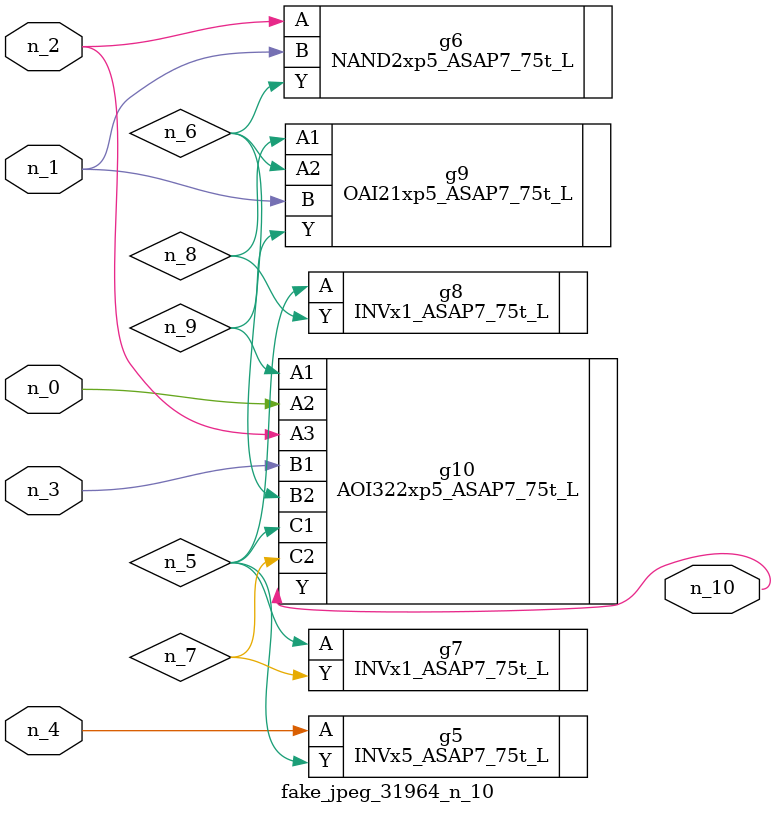
<source format=v>
module fake_jpeg_31964_n_10 (n_3, n_2, n_1, n_0, n_4, n_10);

input n_3;
input n_2;
input n_1;
input n_0;
input n_4;

output n_10;

wire n_8;
wire n_9;
wire n_6;
wire n_5;
wire n_7;

INVx5_ASAP7_75t_L g5 ( 
.A(n_4),
.Y(n_5)
);

NAND2xp5_ASAP7_75t_L g6 ( 
.A(n_2),
.B(n_1),
.Y(n_6)
);

INVx1_ASAP7_75t_L g7 ( 
.A(n_5),
.Y(n_7)
);

INVx1_ASAP7_75t_L g8 ( 
.A(n_5),
.Y(n_8)
);

OAI21xp5_ASAP7_75t_L g9 ( 
.A1(n_8),
.A2(n_6),
.B(n_1),
.Y(n_9)
);

AOI322xp5_ASAP7_75t_L g10 ( 
.A1(n_9),
.A2(n_0),
.A3(n_2),
.B1(n_3),
.B2(n_6),
.C1(n_5),
.C2(n_7),
.Y(n_10)
);


endmodule
</source>
